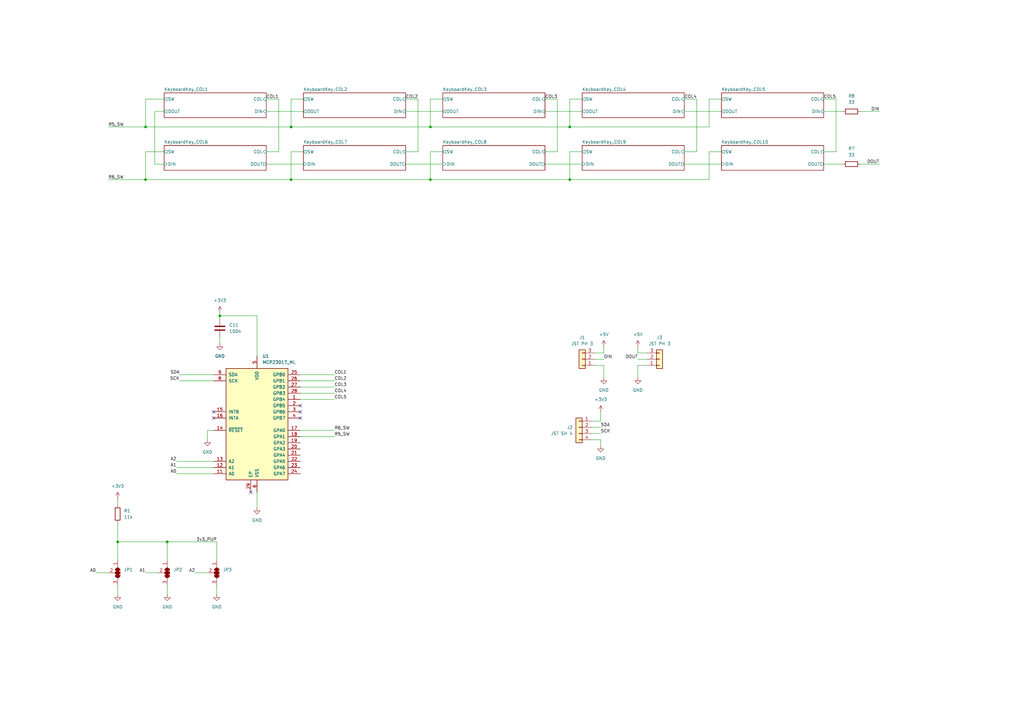
<source format=kicad_sch>
(kicad_sch (version 20231120) (generator "eeschema") (generator_version "8.0")
  (paper "A3")
  (lib_symbols
    (symbol "Connector_Generic:Conn_01x03" (pin_names (offset 1.016) hide)
      (property "Reference" "J" (at 0 5.08 0))
      (property "Value" "Conn_01x03" (at 0 -5.08 0))
      (symbol "Conn_01x03_1_1"
        (rectangle (start -1.27 -2.413) (end 0 -2.667) (stroke (width 0.1524)))
        (rectangle (start -1.27 0.127) (end 0 -0.127) (stroke (width 0.1524)))
        (rectangle (start -1.27 2.667) (end 0 2.413) (stroke (width 0.1524)))
        (rectangle (start -1.27 3.81) (end 1.27 -3.81) (stroke (width 0.254)) (fill (type background)))
        (pin passive line (at -5.08 2.54 0) (length 3.81) (name "Pin_1") (number "1"))
        (pin passive line (at -5.08 0 0) (length 3.81) (name "Pin_2") (number "2"))
        (pin passive line (at -5.08 -2.54 0) (length 3.81) (name "Pin_3") (number "3"))
      )
    )
    (symbol "Connector_Generic:Conn_01x04" (pin_names (offset 1.016) hide)
      (property "Reference" "J" (at 0 5.08 0))
      (property "Value" "Conn_01x04" (at 0 -7.62 0))
      (symbol "Conn_01x04_1_1"
        (rectangle (start -1.27 -4.953) (end 0 -5.207) (stroke (width 0.1524)))
        (rectangle (start -1.27 -2.413) (end 0 -2.667) (stroke (width 0.1524)))
        (rectangle (start -1.27 0.127) (end 0 -0.127) (stroke (width 0.1524)))
        (rectangle (start -1.27 2.667) (end 0 2.413) (stroke (width 0.1524)))
        (rectangle (start -1.27 3.81) (end 1.27 -6.35) (stroke (width 0.254)) (fill (type background)))
        (pin passive line (at -5.08 2.54 0) (length 3.81) (name "Pin_1") (number "1"))
        (pin passive line (at -5.08 0 0) (length 3.81) (name "Pin_2") (number "2"))
        (pin passive line (at -5.08 -2.54 0) (length 3.81) (name "Pin_3") (number "3"))
        (pin passive line (at -5.08 -5.08 0) (length 3.81) (name "Pin_4") (number "4"))
      )
    )
    (symbol "Device:C" (pin_numbers hide) (pin_names (offset 0.254))
      (property "Reference" "C" (at 0.635 2.54 0))
      (property "Value" "C" (at 0.635 -2.54 0))
      (symbol "C_0_1"
        (polyline (pts (xy -2.032 -0.762) (xy 2.032 -0.762)) (stroke (width 0.508)))
        (polyline (pts (xy -2.032 0.762) (xy 2.032 0.762)) (stroke (width 0.508)))
      )
      (symbol "C_1_1"
        (pin passive line (at 0 3.81 270) (length 2.794) (name "~") (number "1"))
        (pin passive line (at 0 -3.81 90) (length 2.794) (name "~") (number "2"))
      )
    )
    (symbol "Device:R" (pin_numbers hide) (pin_names (offset 0))
      (property "Reference" "R" (at 2.032 0 90))
      (property "Value" "R" (at 0 0 90))
      (symbol "R_0_1"
        (rectangle (start -1.016 -2.54) (end 1.016 2.54) (stroke (width 0.254)))
      )
      (symbol "R_1_1"
        (pin passive line (at 0 3.81 270) (length 1.27) (name "~") (number "1"))
        (pin passive line (at 0 -3.81 90) (length 1.27) (name "~") (number "2"))
      )
    )
    (symbol "Interface_Expansion:MCP23017_ML" (pin_names (offset 1.016))
      (property "Reference" "U" (at -11.43 24.13 0))
      (property "Value" "MCP23017_ML" (at 0 0 0))
      (symbol "MCP23017_ML_0_1"
        (rectangle (start -12.7 22.86) (end 12.7 -22.86) (stroke (width 0.254)) (fill (type background)))
      )
      (symbol "MCP23017_ML_1_1"
        (pin bidirectional line (at 17.78 10.16 180) (length 5.08) (name "GPB4") (number "1"))
        (pin no_connect line (at -12.7 12.7 0) (length 5.08) hide (name "NC") (number "10"))
        (pin input line (at -17.78 -20.32 0) (length 5.08) (name "A0") (number "11"))
        (pin input line (at -17.78 -17.78 0) (length 5.08) (name "A1") (number "12"))
        (pin input line (at -17.78 -15.24 0) (length 5.08) (name "A2") (number "13"))
        (pin input line (at -17.78 -2.54 0) (length 5.08) (name "~{RESET}") (number "14"))
        (pin tri_state line (at -17.78 5.08 0) (length 5.08) (name "INTB") (number "15"))
        (pin tri_state line (at -17.78 2.54 0) (length 5.08) (name "INTA") (number "16"))
        (pin bidirectional line (at 17.78 -2.54 180) (length 5.08) (name "GPA0") (number "17"))
        (pin bidirectional line (at 17.78 -5.08 180) (length 5.08) (name "GPA1") (number "18"))
        (pin bidirectional line (at 17.78 -7.62 180) (length 5.08) (name "GPA2") (number "19"))
        (pin bidirectional line (at 17.78 7.62 180) (length 5.08) (name "GPB5") (number "2"))
        (pin bidirectional line (at 17.78 -10.16 180) (length 5.08) (name "GPA3") (number "20"))
        (pin bidirectional line (at 17.78 -12.7 180) (length 5.08) (name "GPA4") (number "21"))
        (pin bidirectional line (at 17.78 -15.24 180) (length 5.08) (name "GPA5") (number "22"))
        (pin bidirectional line (at 17.78 -17.78 180) (length 5.08) (name "GPA6") (number "23"))
        (pin bidirectional line (at 17.78 -20.32 180) (length 5.08) (name "GPA7") (number "24"))
        (pin bidirectional line (at 17.78 20.32 180) (length 5.08) (name "GPB0") (number "25"))
        (pin bidirectional line (at 17.78 17.78 180) (length 5.08) (name "GPB1") (number "26"))
        (pin bidirectional line (at 17.78 15.24 180) (length 5.08) (name "GPB2") (number "27"))
        (pin bidirectional line (at 17.78 12.7 180) (length 5.08) (name "GPB3") (number "28"))
        (pin passive line (at -2.54 -27.94 90) (length 5.08) (name "EP") (number "29"))
        (pin bidirectional line (at 17.78 5.08 180) (length 5.08) (name "GPB6") (number "3"))
        (pin bidirectional line (at 17.78 2.54 180) (length 5.08) (name "GPB7") (number "4"))
        (pin power_in line (at 0 27.94 270) (length 5.08) (name "VDD") (number "5"))
        (pin power_in line (at 0 -27.94 90) (length 5.08) (name "VSS") (number "6"))
        (pin no_connect line (at -12.7 15.24 0) (length 5.08) hide (name "NC") (number "7"))
        (pin input line (at -17.78 17.78 0) (length 5.08) (name "SCK") (number "8"))
        (pin bidirectional line (at -17.78 20.32 0) (length 5.08) (name "SDA") (number "9"))
      )
    )
    (symbol "Jumper:SolderJumper_3_Bridged123" (pin_names (offset 0) hide)
      (property "Reference" "JP" (at -2.54 -2.54 0))
      (property "Value" "SolderJumper_3_Bridged123" (at 0 2.794 0))
      (symbol "SolderJumper_3_Bridged123_0_1"
        (rectangle (start -1.016 0.508) (end -0.508 -0.508) (fill (type outline)))
        (arc (start -1.016 1.016) (mid -2.0276 0) (end -1.016 -1.016))
        (arc (start -1.016 1.016) (mid -2.0276 0) (end -1.016 -1.016) (fill (type outline)))
        (rectangle (start -0.508 1.016) (end 0.508 -1.016) (fill (type outline)))
        (polyline (pts (xy -2.54 0) (xy -2.032 0)))
        (polyline (pts (xy -1.016 1.016) (xy -1.016 -1.016)))
        (polyline (pts (xy 0 -1.27) (xy 0 -1.016)))
        (polyline (pts (xy 1.016 1.016) (xy 1.016 -1.016)))
        (polyline (pts (xy 2.54 0) (xy 2.032 0)))
        (rectangle (start 0.508 0.508) (end 1.016 -0.508) (fill (type outline)))
        (arc (start 1.016 -1.016) (mid 2.0276 0) (end 1.016 1.016))
        (arc (start 1.016 -1.016) (mid 2.0276 0) (end 1.016 1.016) (fill (type outline)))
      )
      (symbol "SolderJumper_3_Bridged123_1_1"
        (pin passive line (at -5.08 0 0) (length 2.54) (name "A") (number "1"))
        (pin passive line (at 0 -3.81 90) (length 2.54) (name "C") (number "2"))
        (pin passive line (at 5.08 0 180) (length 2.54) (name "B") (number "3"))
      )
    )
    (symbol "power:+3V3" (power) (pin_numbers hide) (pin_names (offset 0) hide)
      (property "Value" "+3V3" (at 0 3.556 0))
      (symbol "+3V3_0_1"
        (polyline (pts (xy -0.762 1.27) (xy 0 2.54)))
        (polyline (pts (xy 0 0) (xy 0 2.54)))
        (polyline (pts (xy 0 2.54) (xy 0.762 1.27)))
      )
      (symbol "+3V3_1_1"
        (pin power_in line (at 0 0 90) (length 0) (name "~") (number "1"))
      )
    )
    (symbol "power:+5V" (power) (pin_numbers hide) (pin_names (offset 0) hide)
      (property "Value" "+5V" (at 0 3.556 0))
      (symbol "+5V_0_1"
        (polyline (pts (xy -0.762 1.27) (xy 0 2.54)))
        (polyline (pts (xy 0 0) (xy 0 2.54)))
        (polyline (pts (xy 0 2.54) (xy 0.762 1.27)))
      )
      (symbol "+5V_1_1"
        (pin power_in line (at 0 0 90) (length 0) (name "~") (number "1"))
      )
    )
    (symbol "power:GND" (power) (pin_numbers hide) (pin_names (offset 0) hide)
      (property "Value" "GND" (at 0 -3.81 0))
      (symbol "GND_0_1"
        (polyline (pts (xy 0 0) (xy 0 -1.27) (xy 1.27 -1.27) (xy 0 -2.54) (xy -1.27 -1.27) (xy 0 -1.27)))
      )
      (symbol "GND_1_1"
        (pin power_in line (at 0 0 270) (length 0) (name "~") (number "1"))
      )
    )
  )
  (junction (at 59.69 52.07))
  (junction (at 176.53 73.66))
  (junction (at 176.53 52.07))
  (junction (at 233.68 73.66))
  (junction (at 48.26 222.25))
  (junction (at 119.38 52.07))
  (junction (at 90.17 129.54))
  (junction (at 233.68 52.07))
  (junction (at 119.38 73.66))
  (junction (at 59.69 73.66))
  (junction (at 68.58 222.25))
  (no_connect (at 123.19 171.45))
  (no_connect (at 87.63 168.91))
  (no_connect (at 87.63 171.45))
  (no_connect (at 123.19 166.37))
  (no_connect (at 123.19 168.91))
  (no_connect (at 102.87 201.93))
  (wire (pts (xy 48.26 240.03) (xy 48.26 243.84)))
  (wire (pts (xy 233.68 40.64) (xy 233.68 52.07)))
  (wire (pts (xy 123.19 156.21) (xy 137.16 156.21)))
  (wire (pts (xy 280.67 40.64) (xy 285.75 40.64)))
  (wire (pts (xy 337.82 45.72) (xy 345.44 45.72)))
  (wire (pts (xy 242.57 175.26) (xy 246.38 175.26)))
  (wire (pts (xy 247.65 144.78) (xy 243.84 144.78)))
  (wire (pts (xy 72.39 189.23) (xy 87.63 189.23)))
  (wire (pts (xy 247.65 147.32) (xy 243.84 147.32)))
  (wire (pts (xy 59.69 234.95) (xy 64.77 234.95)))
  (wire (pts (xy 67.31 45.72) (xy 63.5 45.72)))
  (wire (pts (xy 247.65 154.94) (xy 247.65 149.86)))
  (wire (pts (xy 109.22 45.72) (xy 124.46 45.72)))
  (wire (pts (xy 176.53 62.23) (xy 176.53 73.66)))
  (wire (pts (xy 261.62 147.32) (xy 265.43 147.32)))
  (wire (pts (xy 68.58 240.03) (xy 68.58 243.84)))
  (wire (pts (xy 114.3 40.64) (xy 114.3 62.23)))
  (wire (pts (xy 360.68 45.72) (xy 353.06 45.72)))
  (wire (pts (xy 246.38 180.34) (xy 242.57 180.34)))
  (wire (pts (xy 119.38 62.23) (xy 119.38 73.66)))
  (wire (pts (xy 228.6 40.64) (xy 228.6 62.23)))
  (wire (pts (xy 119.38 52.07) (xy 176.53 52.07)))
  (wire (pts (xy 345.44 67.31) (xy 337.82 67.31)))
  (wire (pts (xy 123.19 153.67) (xy 137.16 153.67)))
  (wire (pts (xy 228.6 62.23) (xy 223.52 62.23)))
  (wire (pts (xy 90.17 129.54) (xy 105.41 129.54)))
  (wire (pts (xy 123.19 163.83) (xy 137.16 163.83)))
  (wire (pts (xy 85.09 176.53) (xy 87.63 176.53)))
  (wire (pts (xy 123.19 176.53) (xy 137.16 176.53)))
  (wire (pts (xy 166.37 45.72) (xy 181.61 45.72)))
  (wire (pts (xy 342.9 40.64) (xy 342.9 62.23)))
  (wire (pts (xy 123.19 158.75) (xy 137.16 158.75)))
  (wire (pts (xy 67.31 62.23) (xy 59.69 62.23)))
  (wire (pts (xy 88.9 240.03) (xy 88.9 243.84)))
  (wire (pts (xy 171.45 40.64) (xy 171.45 62.23)))
  (wire (pts (xy 90.17 129.54) (xy 90.17 130.81)))
  (wire (pts (xy 238.76 62.23) (xy 233.68 62.23)))
  (wire (pts (xy 181.61 62.23) (xy 176.53 62.23)))
  (wire (pts (xy 119.38 73.66) (xy 176.53 73.66)))
  (wire (pts (xy 59.69 40.64) (xy 59.69 52.07)))
  (wire (pts (xy 123.19 179.07) (xy 137.16 179.07)))
  (wire (pts (xy 285.75 40.64) (xy 285.75 62.23)))
  (wire (pts (xy 48.26 214.63) (xy 48.26 222.25)))
  (wire (pts (xy 124.46 40.64) (xy 119.38 40.64)))
  (wire (pts (xy 176.53 40.64) (xy 176.53 52.07)))
  (wire (pts (xy 223.52 40.64) (xy 228.6 40.64)))
  (wire (pts (xy 223.52 45.72) (xy 238.76 45.72)))
  (wire (pts (xy 119.38 40.64) (xy 119.38 52.07)))
  (wire (pts (xy 90.17 128.27) (xy 90.17 129.54)))
  (wire (pts (xy 261.62 142.24) (xy 261.62 144.78)))
  (wire (pts (xy 48.26 222.25) (xy 48.26 229.87)))
  (wire (pts (xy 246.38 172.72) (xy 246.38 168.91)))
  (wire (pts (xy 247.65 149.86) (xy 243.84 149.86)))
  (wire (pts (xy 295.91 62.23) (xy 290.83 62.23)))
  (wire (pts (xy 105.41 201.93) (xy 105.41 208.28)))
  (wire (pts (xy 88.9 222.25) (xy 88.9 229.87)))
  (wire (pts (xy 238.76 40.64) (xy 233.68 40.64)))
  (wire (pts (xy 68.58 222.25) (xy 88.9 222.25)))
  (wire (pts (xy 166.37 67.31) (xy 181.61 67.31)))
  (wire (pts (xy 63.5 45.72) (xy 63.5 67.31)))
  (wire (pts (xy 44.45 52.07) (xy 59.69 52.07)))
  (wire (pts (xy 233.68 52.07) (xy 290.83 52.07)))
  (wire (pts (xy 48.26 222.25) (xy 68.58 222.25)))
  (wire (pts (xy 247.65 142.24) (xy 247.65 144.78)))
  (wire (pts (xy 72.39 194.31) (xy 87.63 194.31)))
  (wire (pts (xy 337.82 62.23) (xy 342.9 62.23)))
  (wire (pts (xy 87.63 156.21) (xy 73.66 156.21)))
  (wire (pts (xy 44.45 73.66) (xy 59.69 73.66)))
  (wire (pts (xy 63.5 67.31) (xy 67.31 67.31)))
  (wire (pts (xy 246.38 182.88) (xy 246.38 180.34)))
  (wire (pts (xy 124.46 62.23) (xy 119.38 62.23)))
  (wire (pts (xy 109.22 67.31) (xy 124.46 67.31)))
  (wire (pts (xy 39.37 234.95) (xy 44.45 234.95)))
  (wire (pts (xy 280.67 62.23) (xy 285.75 62.23)))
  (wire (pts (xy 59.69 52.07) (xy 119.38 52.07)))
  (wire (pts (xy 360.68 67.31) (xy 353.06 67.31)))
  (wire (pts (xy 176.53 52.07) (xy 233.68 52.07)))
  (wire (pts (xy 80.01 234.95) (xy 85.09 234.95)))
  (wire (pts (xy 261.62 154.94) (xy 261.62 149.86)))
  (wire (pts (xy 59.69 62.23) (xy 59.69 73.66)))
  (wire (pts (xy 166.37 62.23) (xy 171.45 62.23)))
  (wire (pts (xy 114.3 62.23) (xy 109.22 62.23)))
  (wire (pts (xy 72.39 191.77) (xy 87.63 191.77)))
  (wire (pts (xy 233.68 62.23) (xy 233.68 73.66)))
  (wire (pts (xy 48.26 204.47) (xy 48.26 207.01)))
  (wire (pts (xy 223.52 67.31) (xy 238.76 67.31)))
  (wire (pts (xy 67.31 40.64) (xy 59.69 40.64)))
  (wire (pts (xy 85.09 180.34) (xy 85.09 176.53)))
  (wire (pts (xy 105.41 129.54) (xy 105.41 146.05)))
  (wire (pts (xy 233.68 73.66) (xy 290.83 73.66)))
  (wire (pts (xy 123.19 161.29) (xy 137.16 161.29)))
  (wire (pts (xy 166.37 40.64) (xy 171.45 40.64)))
  (wire (pts (xy 68.58 222.25) (xy 68.58 229.87)))
  (wire (pts (xy 280.67 67.31) (xy 295.91 67.31)))
  (wire (pts (xy 290.83 40.64) (xy 290.83 52.07)))
  (wire (pts (xy 109.22 40.64) (xy 114.3 40.64)))
  (wire (pts (xy 59.69 73.66) (xy 119.38 73.66)))
  (wire (pts (xy 242.57 177.8) (xy 246.38 177.8)))
  (wire (pts (xy 176.53 73.66) (xy 233.68 73.66)))
  (wire (pts (xy 295.91 40.64) (xy 290.83 40.64)))
  (wire (pts (xy 90.17 138.43) (xy 90.17 140.97)))
  (wire (pts (xy 181.61 40.64) (xy 176.53 40.64)))
  (wire (pts (xy 87.63 153.67) (xy 73.66 153.67)))
  (wire (pts (xy 280.67 45.72) (xy 295.91 45.72)))
  (wire (pts (xy 242.57 172.72) (xy 246.38 172.72)))
  (wire (pts (xy 290.83 62.23) (xy 290.83 73.66)))
  (wire (pts (xy 337.82 40.64) (xy 342.9 40.64)))
  (wire (pts (xy 261.62 144.78) (xy 265.43 144.78)))
  (wire (pts (xy 261.62 149.86) (xy 265.43 149.86)))
  (label "COL4" (at 285.75 40.64 180))
  (label "DIN" (at 247.65 147.32 0))
  (label "COL3" (at 228.6 40.64 180))
  (label "DOUT" (at 360.68 67.31 180))
  (label "A1" (at 59.69 234.95 180))
  (label "3v3_PUP" (at 88.9 222.25 180))
  (label "COL4" (at 137.16 161.29 0))
  (label "A2" (at 72.39 189.23 180))
  (label "COL2" (at 171.45 40.64 180))
  (label "R6_SW" (at 137.16 176.53 0))
  (label "R5_SW" (at 137.16 179.07 0))
  (label "SCK" (at 246.38 177.8 0))
  (label "A1" (at 72.39 191.77 180))
  (label "A0" (at 39.37 234.95 180))
  (label "SCK" (at 73.66 156.21 180))
  (label "DOUT" (at 261.62 147.32 180))
  (label "DIN" (at 360.68 45.72 180))
  (label "A2" (at 80.01 234.95 180))
  (label "COL5" (at 342.9 40.64 180))
  (label "R6_SW" (at 44.45 73.66 0))
  (label "R5_SW" (at 44.45 52.07 0))
  (label "A0" (at 72.39 194.31 180))
  (label "COL1" (at 114.3 40.64 180))
  (label "SDA" (at 246.38 175.26 0))
  (label "COL2" (at 137.16 156.21 0))
  (label "COL3" (at 137.16 158.75 0))
  (label "COL1" (at 137.16 153.67 0))
  (label "COL5" (at 137.16 163.83 0))
  (label "SDA" (at 73.66 153.67 180))
  (symbol (lib_id "power:+5V") (at 247.65 142.24 0) (mirror y) (unit 1)
    (property "Reference" "#PWR047" (effects (hide yes)))
    (property "Value" "+5V" (at 247.65 137.16 0))
    (property "Description" "Power symbol creates a global label with name \"+5V\"" (effects (hide yes)))
  )
  (symbol (lib_id "power:+5V") (at 261.62 142.24 0) (unit 1)
    (property "Reference" "#PWR045" (effects (hide yes)))
    (property "Value" "+5V" (at 261.62 137.16 0))
    (property "Description" "Power symbol creates a global label with name \"+5V\"" (effects (hide yes)))
  )
  (symbol (lib_id "power:GND") (at 68.58 243.84 0) (unit 1)
    (property "Reference" "#PWR050" (effects (hide yes)))
    (property "Value" "GND" (at 68.58 248.92 0))
    (property "Description" "Power symbol creates a global label with name \"GND\" , ground" (effects (hide yes)))
  )
  (symbol (lib_id "power:+3V3") (at 90.17 128.27 0) (unit 1)
    (property "Reference" "#PWR038" (effects (hide yes)))
    (property "Value" "+3V3" (at 90.17 123.19 0))
    (property "Description" "Power symbol creates a global label with name \"+3V3\"" (effects (hide yes)))
  )
  (symbol (lib_id "Connector_Generic:Conn_01x03") (at 270.51 147.32 0) (mirror x) (unit 1)
    (property "Reference" "J3" (at 270.51 138.43 0))
    (property "Value" "JST PH 3" (at 270.51 140.97 0))
    (property "Footprint" "woodpecker:JST_PH_S3B-PH-SM4-TB_1x03-1MP_P2.00mm_Horizontal" (effects (hide yes)))
    (property "Description" "Generic connector, single row, 01x03, script generated (kicad-library-utils/schlib/autogen/connector/)" (effects (hide yes)))
  )
  (symbol (lib_id "power:GND") (at 85.09 180.34 0) (unit 1)
    (property "Reference" "#PWR037" (effects (hide yes)))
    (property "Value" "GND" (at 85.09 185.42 0))
    (property "Description" "Power symbol creates a global label with name \"GND\" , ground" (effects (hide yes)))
  )
  (symbol (lib_id "Device:R") (at 349.25 67.31 270) (mirror x) (unit 1)
    (property "Reference" "R7" (at 349.25 60.96 90))
    (property "Value" "33" (at 349.25 63.5 90))
    (property "Footprint" "Resistor_SMD:R_0603_1608Metric" (effects (hide yes)))
    (property "Description" "Resistor" (effects (hide yes)))
  )
  (symbol (lib_id "power:GND") (at 90.17 140.97 0) (unit 1)
    (property "Reference" "#PWR039" (effects (hide yes)))
    (property "Value" "GND" (at 90.17 146.05 0))
    (property "Description" "Power symbol creates a global label with name \"GND\" , ground" (effects (hide yes)))
  )
  (symbol (lib_id "power:GND") (at 246.38 182.88 0) (mirror y) (unit 1)
    (property "Reference" "#PWR044" (effects (hide yes)))
    (property "Value" "GND" (at 246.38 187.96 0))
    (property "Description" "Power symbol creates a global label with name \"GND\" , ground" (effects (hide yes)))
  )
  (symbol (lib_id "power:+3V3") (at 246.38 168.91 0) (unit 1)
    (property "Reference" "#PWR043" (effects (hide yes)))
    (property "Value" "+3V3" (at 246.38 163.83 0))
    (property "Description" "Power symbol creates a global label with name \"+3V3\"" (effects (hide yes)))
  )
  (symbol (lib_id "Device:C") (at 90.17 134.62 0) (unit 1)
    (property "Reference" "C11" (at 93.98 133.3499 0) (effects (justify left)))
    (property "Value" "100n" (at 93.98 135.8899 0) (effects (justify left)))
    (property "Footprint" "Capacitor_SMD:C_0603_1608Metric" (effects (hide yes)))
    (property "Description" "Unpolarized capacitor" (effects (hide yes)))
  )
  (symbol (lib_id "power:GND") (at 105.41 208.28 0) (unit 1)
    (property "Reference" "#PWR040" (effects (hide yes)))
    (property "Value" "GND" (at 105.41 213.36 0))
    (property "Description" "Power symbol creates a global label with name \"GND\" , ground" (effects (hide yes)))
  )
  (symbol (lib_id "Device:R") (at 48.26 210.82 0) (unit 1)
    (property "Reference" "R1" (at 50.8 209.5499 0) (effects (justify left)))
    (property "Value" "11k" (at 50.8 212.0899 0) (effects (justify left)))
    (property "Footprint" "Resistor_SMD:R_0603_1608Metric" (effects (hide yes)))
    (property "Description" "Resistor" (effects (hide yes)))
  )
  (symbol (lib_id "Jumper:SolderJumper_3_Bridged123") (at 88.9 234.95 270) (unit 1)
    (property "Reference" "JP3" (at 91.44 233.6799 90) (effects (justify left)))
    (property "Footprint" "Jumper:SolderJumper-3_P2.0mm_Open_TrianglePad1.0x1.5mm" (effects (hide yes)))
    (property "Description" "Solder Jumper, 3-pole, pins 1+2+3 closed/bridged" (effects (hide yes)))
  )
  (symbol (lib_id "Device:R") (at 349.25 45.72 270) (mirror x) (unit 1)
    (property "Reference" "R8" (at 349.25 39.37 90))
    (property "Value" "33" (at 349.25 41.91 90))
    (property "Footprint" "Resistor_SMD:R_0603_1608Metric" (effects (hide yes)))
    (property "Description" "Resistor" (effects (hide yes)))
  )
  (symbol (lib_id "power:GND") (at 247.65 154.94 0) (mirror y) (unit 1)
    (property "Reference" "#PWR048" (effects (hide yes)))
    (property "Value" "GND" (at 247.65 160.02 0))
    (property "Description" "Power symbol creates a global label with name \"GND\" , ground" (effects (hide yes)))
  )
  (symbol (lib_id "power:+3V3") (at 48.26 204.47 0) (unit 1)
    (property "Reference" "#PWR041" (effects (hide yes)))
    (property "Value" "+3V3" (at 48.26 199.39 0))
    (property "Description" "Power symbol creates a global label with name \"+3V3\"" (effects (hide yes)))
  )
  (symbol (lib_id "Jumper:SolderJumper_3_Bridged123") (at 48.26 234.95 270) (unit 1)
    (property "Reference" "JP1" (at 50.8 233.6799 90) (effects (justify left)))
    (property "Footprint" "Jumper:SolderJumper-3_P2.0mm_Open_TrianglePad1.0x1.5mm" (effects (hide yes)))
    (property "Description" "Solder Jumper, 3-pole, pins 1+2+3 closed/bridged" (effects (hide yes)))
  )
  (symbol (lib_id "Connector_Generic:Conn_01x03") (at 238.76 147.32 180) (unit 1)
    (property "Reference" "J1" (at 238.76 138.43 0))
    (property "Value" "JST PH 3" (at 238.76 140.97 0))
    (property "Footprint" "woodpecker:JST_PH_S3B-PH-SM4-TB_1x03-1MP_P2.00mm_Horizontal" (effects (hide yes)))
    (property "Description" "Generic connector, single row, 01x03, script generated (kicad-library-utils/schlib/autogen/connector/)" (effects (hide yes)))
  )
  (symbol (lib_id "Connector_Generic:Conn_01x04") (at 237.49 175.26 0) (mirror y) (unit 1)
    (property "Reference" "J2" (at 234.95 175.2599 0) (effects (justify left)))
    (property "Value" "JST SH 4" (at 234.95 177.7999 0) (effects (justify left)))
    (property "Footprint" "woodpecker:JST_SH_BM04B-SRSS-TB_1x04-1MP_P1.00mm_Vertical" (effects (hide yes)))
    (property "Description" "Generic connector, single row, 01x04, script generated (kicad-library-utils/schlib/autogen/connector/)" (effects (hide yes)))
  )
  (symbol (lib_id "power:GND") (at 48.26 243.84 0) (unit 1)
    (property "Reference" "#PWR049" (effects (hide yes)))
    (property "Value" "GND" (at 48.26 248.92 0))
    (property "Description" "Power symbol creates a global label with name \"GND\" , ground" (effects (hide yes)))
  )
  (symbol (lib_id "power:GND") (at 88.9 243.84 0) (unit 1)
    (property "Reference" "#PWR053" (effects (hide yes)))
    (property "Value" "GND" (at 88.9 248.92 0))
    (property "Description" "Power symbol creates a global label with name \"GND\" , ground" (effects (hide yes)))
  )
  (symbol (lib_id "power:GND") (at 261.62 154.94 0) (unit 1)
    (property "Reference" "#PWR046" (effects (hide yes)))
    (property "Value" "GND" (at 261.62 160.02 0))
    (property "Description" "Power symbol creates a global label with name \"GND\" , ground" (effects (hide yes)))
  )
  (symbol (lib_id "Jumper:SolderJumper_3_Bridged123") (at 68.58 234.95 270) (unit 1)
    (property "Reference" "JP2" (at 71.12 233.6799 90) (effects (justify left)))
    (property "Footprint" "Jumper:SolderJumper-3_P2.0mm_Open_TrianglePad1.0x1.5mm" (effects (hide yes)))
    (property "Description" "Solder Jumper, 3-pole, pins 1+2+3 closed/bridged" (effects (hide yes)))
  )
  (symbol (lib_id "Interface_Expansion:MCP23017_ML") (at 105.41 173.99 0) (unit 1)
    (property "Reference" "U1" (at 107.6041 146.05 0) (effects (justify left)))
    (property "Value" "MCP23017_ML" (at 107.6041 148.59 0) (effects (justify left)))
    (property "Footprint" "Package_DFN_QFN:QFN-28-1EP_6x6mm_P0.65mm_EP4.25x4.25mm" (effects (hide yes)))
    (property "Datasheet" "http://ww1.microchip.com/downloads/en/DeviceDoc/20001952C.pdf" (effects (hide yes)))
    (property "Description" "16-bit I/O expander, I2C, interrupts, w pull-ups, QFN-28" (effects (hide yes)))
  )
  (sheet (at 238.76 59.69) (size 41.91 10.16) (stroke (width 0.1524))
    (property "Sheetname" "KeyboardKey_COL9" (at 238.76 58.9784 0) (effects (justify left bottom)))
    (property "Sheetfile" "../common/keyboard_key.kicad_sch" (effects (hide yes)))
    (pin "DIN" input (at 238.76 67.31 180))
    (pin "SW" output (at 238.76 62.23 180))
    (pin "COL" input (at 280.67 62.23 0))
    (pin "DOUT" output (at 280.67 67.31 0))
  )
  (sheet (at 238.76 38.1) (size 41.91 10.16) (stroke (width 0.1524))
    (property "Sheetname" "KeyboardKey_COL4" (at 238.76 37.3884 0) (effects (justify left bottom)))
    (property "Sheetfile" "../common/keyboard_key.kicad_sch" (effects (hide yes)))
    (pin "DIN" input (at 280.67 45.72 0))
    (pin "SW" output (at 238.76 40.64 180))
    (pin "COL" input (at 280.67 40.64 0))
    (pin "DOUT" output (at 238.76 45.72 180))
  )
  (sheet (at 295.91 59.69) (size 41.91 10.16) (stroke (width 0.1524))
    (property "Sheetname" "KeyboardKey_COL10" (at 295.91 58.9784 0) (effects (justify left bottom)))
    (property "Sheetfile" "../common/keyboard_key.kicad_sch" (effects (hide yes)))
    (pin "DIN" input (at 295.91 67.31 180))
    (pin "SW" output (at 295.91 62.23 180))
    (pin "COL" input (at 337.82 62.23 0))
    (pin "DOUT" output (at 337.82 67.31 0))
  )
  (sheet (at 67.31 59.69) (size 41.91 10.16) (stroke (width 0.1524))
    (property "Sheetname" "KeyboardKey_COL6" (at 67.31 58.9784 0) (effects (justify left bottom)))
    (property "Sheetfile" "../common/keyboard_key.kicad_sch" (effects (hide yes)))
    (pin "DIN" input (at 67.31 67.31 180))
    (pin "SW" output (at 67.31 62.23 180))
    (pin "COL" input (at 109.22 62.23 0))
    (pin "DOUT" output (at 109.22 67.31 0))
  )
  (sheet (at 124.46 38.1) (size 41.91 10.16) (stroke (width 0.1524))
    (property "Sheetname" "KeyboardKey_COL2" (at 124.46 37.3884 0) (effects (justify left bottom)))
    (property "Sheetfile" "../common/keyboard_key.kicad_sch" (effects (hide yes)))
    (pin "DIN" input (at 166.37 45.72 0))
    (pin "SW" output (at 124.46 40.64 180))
    (pin "COL" input (at 166.37 40.64 0))
    (pin "DOUT" output (at 124.46 45.72 180))
  )
  (sheet (at 181.61 59.69) (size 41.91 10.16) (stroke (width 0.1524))
    (property "Sheetname" "KeyboardKey_COL8" (at 181.61 58.9784 0) (effects (justify left bottom)))
    (property "Sheetfile" "../common/keyboard_key.kicad_sch" (effects (hide yes)))
    (pin "DIN" input (at 181.61 67.31 180))
    (pin "SW" output (at 181.61 62.23 180))
    (pin "COL" input (at 223.52 62.23 0))
    (pin "DOUT" output (at 223.52 67.31 0))
  )
  (sheet (at 181.61 38.1) (size 41.91 10.16) (stroke (width 0.1524))
    (property "Sheetname" "KeyboardKey_COL3" (at 181.61 37.3884 0) (effects (justify left bottom)))
    (property "Sheetfile" "../common/keyboard_key.kicad_sch" (effects (hide yes)))
    (pin "DIN" input (at 223.52 45.72 0))
    (pin "SW" output (at 181.61 40.64 180))
    (pin "COL" input (at 223.52 40.64 0))
    (pin "DOUT" output (at 181.61 45.72 180))
  )
  (sheet (at 295.91 38.1) (size 41.91 10.16) (stroke (width 0.1524))
    (property "Sheetname" "KeyboardKey_COL5" (at 295.91 37.3884 0) (effects (justify left bottom)))
    (property "Sheetfile" "../common/keyboard_key.kicad_sch" (effects (hide yes)))
    (pin "DIN" input (at 337.82 45.72 0))
    (pin "SW" output (at 295.91 40.64 180))
    (pin "COL" input (at 337.82 40.64 0))
    (pin "DOUT" output (at 295.91 45.72 180))
  )
  (sheet (at 124.46 59.69) (size 41.91 10.16) (stroke (width 0.1524))
    (property "Sheetname" "KeyboardKey_COL7" (at 124.46 58.9784 0) (effects (justify left bottom)))
    (property "Sheetfile" "../common/keyboard_key.kicad_sch" (effects (hide yes)))
    (pin "DIN" input (at 124.46 67.31 180))
    (pin "SW" output (at 124.46 62.23 180))
    (pin "COL" input (at 166.37 62.23 0))
    (pin "DOUT" output (at 166.37 67.31 0))
  )
  (sheet (at 67.31 38.1) (size 41.91 10.16) (stroke (width 0.1524))
    (property "Sheetname" "KeyboardKey_COL1" (at 67.31 37.3884 0) (effects (justify left bottom)))
    (property "Sheetfile" "../common/keyboard_key.kicad_sch" (effects (hide yes)))
    (pin "DIN" input (at 109.22 45.72 0))
    (pin "SW" output (at 67.31 40.64 180))
    (pin "COL" input (at 109.22 40.64 0))
    (pin "DOUT" output (at 67.31 45.72 180))
  )
)
</source>
